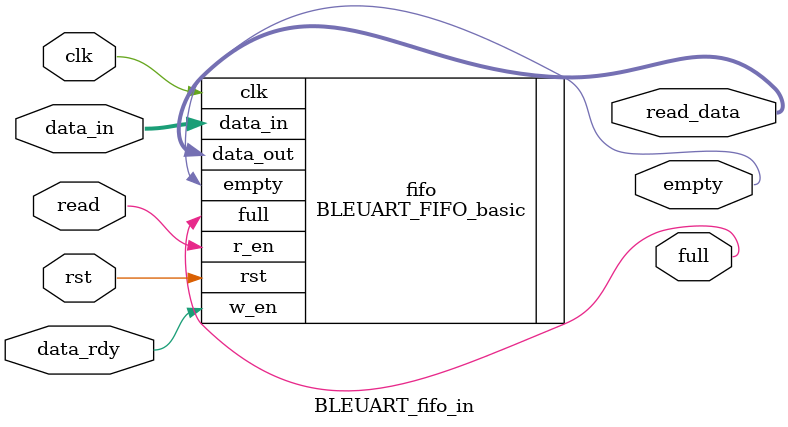
<source format=v>

module BLEUART_fifo_in(
	input clk,
	input rst,
	
	input read,
	output[7:0] read_data,
	
	input[7:0] data_in,
	input data_rdy,
	
	output full,
	output empty
);

BLEUART_FIFO_basic fifo
(
  .clk(clk), 
  .rst(rst),
  
  .w_en(data_rdy), 
  .data_in(data_in),
  
  .r_en(read),
  .data_out(read_data),
  
  .full(full), 
  .empty(empty)
);


endmodule

</source>
